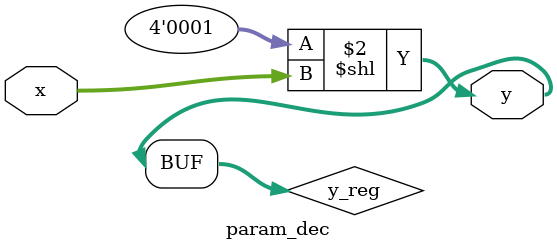
<source format=v>
module param_dec #(
    parameter input_width = 2,  // Number of input bits of input bus
    parameter output_width = 4  // Number of output bits of output bus
)
(
    x,
    y
);
// |============ PORTS DESCRIPTION ============|
input   [input_width - 1 : 0]   x;
output  [output_width - 1 : 0]  y;

// |============ WIRE'S, REG'S AND ETC ============|
reg [output_width - 1 : 0]  y_reg;  // Reg for output bus of decoder

// |============ ASSIGNMENTS ============|
assign y = y_reg;

// |============ LOGIC SECTION ============|
always @(x)
begin
    y_reg <= {{output_width - 1{1'b0}}, 1'b1} << x;
end

endmodule
</source>
